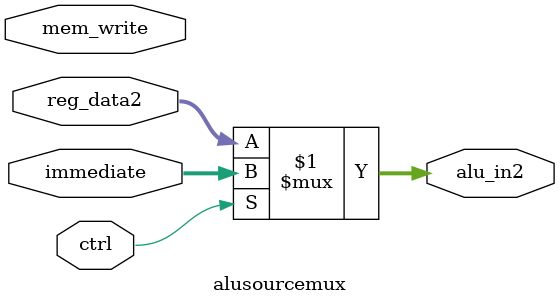
<source format=v>
`timescale 1ns / 1ps
module alusourcemux(input [31:0] immediate, input [31:0] reg_data2, input ctrl, input mem_write, output [31:0]alu_in2
    );
assign alu_in2=ctrl?immediate:reg_data2;
endmodule

</source>
